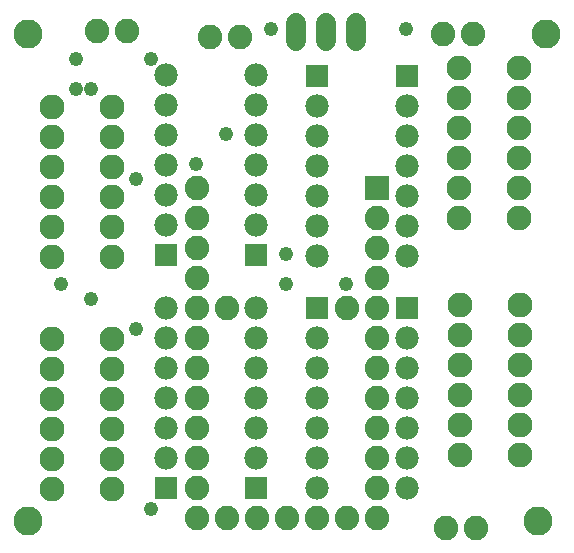
<source format=gts>
G75*
G70*
%OFA0B0*%
%FSLAX24Y24*%
%IPPOS*%
%LPD*%
%AMOC8*
5,1,8,0,0,1.08239X$1,22.5*
%
%ADD10C,0.0970*%
%ADD11R,0.0780X0.0780*%
%ADD12C,0.0780*%
%ADD13C,0.0828*%
%ADD14R,0.0820X0.0820*%
%ADD15C,0.0820*%
%ADD16C,0.0680*%
%ADD17C,0.0480*%
D10*
X001209Y003460D03*
X001208Y019708D03*
X018212Y003464D03*
X018461Y019712D03*
D11*
X013836Y018291D03*
X010836Y018291D03*
X008809Y012324D03*
X010845Y010578D03*
X013845Y010578D03*
X008815Y004577D03*
X005815Y004577D03*
X005809Y012324D03*
D12*
X005809Y013324D03*
X005809Y014324D03*
X005809Y015324D03*
X005809Y016324D03*
X005809Y017324D03*
X005809Y018324D03*
X008809Y018324D03*
X008809Y017324D03*
X008809Y016324D03*
X008809Y015324D03*
X008809Y014324D03*
X008809Y013324D03*
X010836Y013291D03*
X010836Y012291D03*
X010836Y014291D03*
X010836Y015291D03*
X010836Y016291D03*
X010836Y017291D03*
X013836Y017291D03*
X013836Y016291D03*
X013836Y015291D03*
X013836Y014291D03*
X013836Y013291D03*
X013836Y012291D03*
X013845Y009578D03*
X013845Y008578D03*
X013845Y007578D03*
X013845Y006578D03*
X013845Y005578D03*
X013845Y004578D03*
X010845Y004578D03*
X010845Y005578D03*
X010845Y006578D03*
X010845Y007578D03*
X010845Y008578D03*
X010845Y009578D03*
X008815Y009577D03*
X008815Y010577D03*
X008815Y008577D03*
X008815Y007577D03*
X008815Y006577D03*
X008815Y005577D03*
X005815Y005577D03*
X005815Y006577D03*
X005815Y007577D03*
X005815Y008577D03*
X005815Y009577D03*
X005815Y010577D03*
D13*
X004008Y009524D03*
X004008Y008524D03*
X004008Y007524D03*
X004008Y006524D03*
X004008Y005524D03*
X004008Y004524D03*
X002008Y004524D03*
X002008Y005524D03*
X002008Y006524D03*
X002008Y007524D03*
X002008Y008524D03*
X002008Y009524D03*
X002015Y012252D03*
X002015Y013252D03*
X002015Y014252D03*
X002015Y015252D03*
X002015Y016252D03*
X002015Y017252D03*
X004015Y017252D03*
X004015Y016252D03*
X004015Y015252D03*
X004015Y014252D03*
X004015Y013252D03*
X004015Y012252D03*
X015568Y013576D03*
X015568Y014576D03*
X015568Y015576D03*
X015568Y016576D03*
X015568Y017576D03*
X015568Y018576D03*
X017568Y018576D03*
X017568Y017576D03*
X017568Y016576D03*
X017568Y015576D03*
X017568Y014576D03*
X017568Y013576D03*
X017604Y010662D03*
X017604Y009662D03*
X017604Y008662D03*
X017604Y007662D03*
X017604Y006662D03*
X017604Y005662D03*
X015604Y005662D03*
X015604Y006662D03*
X015604Y007662D03*
X015604Y008662D03*
X015604Y009662D03*
X015604Y010662D03*
D14*
X012841Y014576D03*
D15*
X012841Y013576D03*
X012841Y012576D03*
X012841Y011576D03*
X012841Y010576D03*
X012841Y009576D03*
X012841Y008576D03*
X012841Y007576D03*
X012841Y006576D03*
X012841Y005576D03*
X012841Y004576D03*
X012841Y003576D03*
X011841Y003576D03*
X010841Y003576D03*
X009841Y003576D03*
X008841Y003576D03*
X007841Y003576D03*
X006841Y003576D03*
X006841Y004576D03*
X006841Y005576D03*
X006841Y006576D03*
X006841Y007576D03*
X006841Y008576D03*
X006841Y009576D03*
X006841Y010576D03*
X007841Y010576D03*
X006841Y011576D03*
X006841Y012576D03*
X006841Y013576D03*
X006841Y014576D03*
X007266Y019601D03*
X008266Y019601D03*
X004485Y019791D03*
X003485Y019791D03*
X011841Y010576D03*
X015135Y003251D03*
X016135Y003251D03*
X016032Y019697D03*
X015032Y019697D03*
D16*
X012122Y019460D02*
X012122Y020060D01*
X011122Y020060D02*
X011122Y019460D01*
X010122Y019460D02*
X010122Y020060D01*
D17*
X009292Y019885D03*
X007792Y016385D03*
X006792Y015385D03*
X004792Y014885D03*
X003292Y017885D03*
X002792Y017885D03*
X002792Y018885D03*
X005292Y018885D03*
X009792Y012385D03*
X009792Y011385D03*
X011792Y011385D03*
X005292Y003885D03*
X004792Y009885D03*
X003292Y010885D03*
X002292Y011385D03*
X013792Y019885D03*
M02*

</source>
